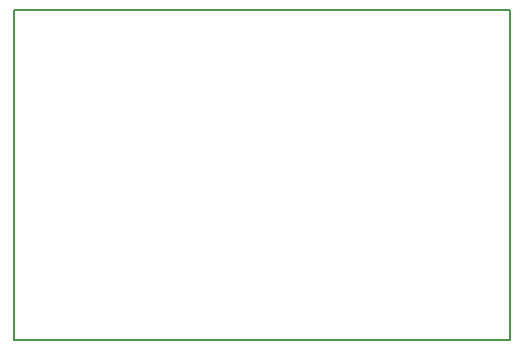
<source format=gko>
G04 Layer_Color=16711935*
%FSLAX24Y24*%
%MOIN*%
G70*
G01*
G75*
%ADD10C,0.0079*%
D10*
X49606Y21260D02*
Y32283D01*
Y21260D02*
X66142D01*
Y32283D01*
X49606D02*
X66142D01*
M02*

</source>
